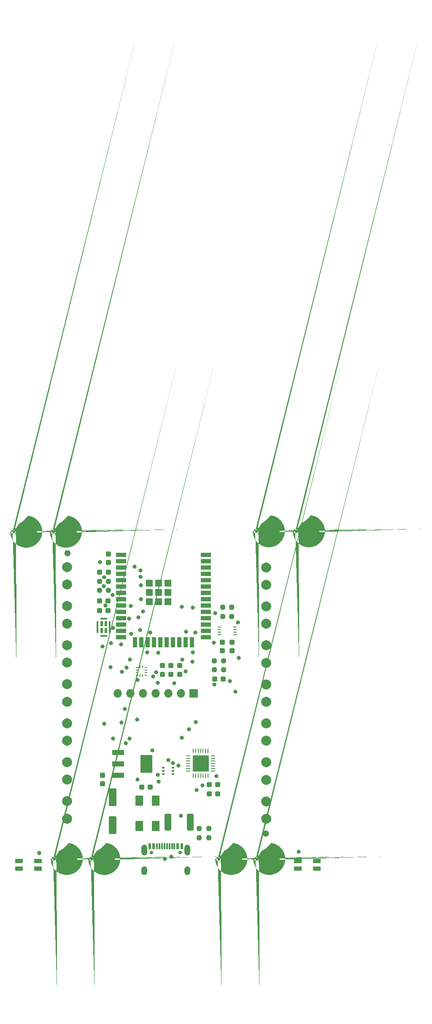
<source format=gbr>
%TF.GenerationSoftware,KiCad,Pcbnew,(6.0.6-0)*%
%TF.CreationDate,2022-07-18T09:28:08+02:00*%
%TF.ProjectId,GlowCore,476c6f77-436f-4726-952e-6b696361645f,rev?*%
%TF.SameCoordinates,Original*%
%TF.FileFunction,Soldermask,Top*%
%TF.FilePolarity,Negative*%
%FSLAX46Y46*%
G04 Gerber Fmt 4.6, Leading zero omitted, Abs format (unit mm)*
G04 Created by KiCad (PCBNEW (6.0.6-0)) date 2022-07-18 09:28:08*
%MOMM*%
%LPD*%
G01*
G04 APERTURE LIST*
G04 Aperture macros list*
%AMRoundRect*
0 Rectangle with rounded corners*
0 $1 Rounding radius*
0 $2 $3 $4 $5 $6 $7 $8 $9 X,Y pos of 4 corners*
0 Add a 4 corners polygon primitive as box body*
4,1,4,$2,$3,$4,$5,$6,$7,$8,$9,$2,$3,0*
0 Add four circle primitives for the rounded corners*
1,1,$1+$1,$2,$3*
1,1,$1+$1,$4,$5*
1,1,$1+$1,$6,$7*
1,1,$1+$1,$8,$9*
0 Add four rect primitives between the rounded corners*
20,1,$1+$1,$2,$3,$4,$5,0*
20,1,$1+$1,$4,$5,$6,$7,0*
20,1,$1+$1,$6,$7,$8,$9,0*
20,1,$1+$1,$8,$9,$2,$3,0*%
%AMFreePoly0*
4,1,112,3.105582,3.191654,3.458980,3.129341,3.803230,3.028022,4.134041,2.888962,4.447289,2.713894,4.739071,2.504999,5.005748,2.264881,5.243998,1.996534,5.450851,1.703301,5.623729,1.388838,5.760476,1.057065,5.859388,0.712116,5.919233,0.358291,5.939265,0.000000,5.938012,-0.089748,5.907984,-0.447339,5.838283,-0.799355,5.729777,-1.141408,5.583820,-1.469234,5.402230,-1.778747,
5.187270,-2.066090,4.941620,-2.327680,4.668342,-2.560258,4.370841,-2.760925,4.052827,-2.927179,3.718263,-3.056948,3.371318,-3.148614,3.016317,-3.201036,2.657686,-3.213560,2.299893,-3.186029,1.947399,-3.118788,1.604597,-3.012673,1.275760,-2.869007,0.964987,-2.689582,0.676150,-2.476634,0.412851,-2.232816,0.178371,-1.961168,-0.024367,-1.665076,-0.192837,-1.348230,-0.324939,-1.014580,
-0.419026,-0.668283,-0.473925,-0.313657,-0.481420,-0.134825,-0.481581,-0.134460,-0.499164,0.000000,0.505984,0.000000,0.524968,-0.289640,0.581595,-0.574324,0.674897,-0.849181,0.803276,-1.109508,0.964536,-1.350851,1.155919,-1.569081,1.374149,-1.760464,1.615492,-1.921724,1.875819,-2.050103,2.150676,-2.143405,2.435360,-2.200032,2.725000,-2.219016,3.014640,-2.200032,3.299324,-2.143405,
3.574181,-2.050103,3.834508,-1.921724,4.075851,-1.760464,4.294081,-1.569081,4.485464,-1.350851,4.646724,-1.109508,4.775103,-0.849181,4.868405,-0.574324,4.925032,-0.289640,4.944016,0.000000,4.925032,0.289640,4.868405,0.574324,4.775103,0.849181,4.646724,1.109508,4.485464,1.350851,4.294081,1.569081,4.075851,1.760464,3.834508,1.921724,3.574181,2.050103,3.299324,2.143405,
3.014640,2.200032,2.725000,2.219016,2.435360,2.200032,2.150676,2.143405,1.875819,2.050103,1.615492,1.921724,1.374149,1.760464,1.155919,1.569081,0.964536,1.350851,0.803276,1.109508,0.674897,0.849181,0.581595,0.574324,0.524968,0.289640,0.505984,0.000000,-0.499164,0.000000,-0.499963,0.006109,-0.484897,0.102868,-0.463920,0.402854,-0.399140,0.755809,-0.295421,1.099343,
-0.154055,1.429175,0.023196,1.741194,0.234123,2.031510,0.476097,2.296505,0.746101,2.532875,1.040770,2.737676,1.356433,2.908354,1.689153,3.042782,2.034784,3.139284,2.389018,3.196657,2.747440,3.214187,3.105582,3.191654,3.105582,3.191654,$1*%
G04 Aperture macros list end*
%ADD10C,4.300000*%
%ADD11FreePoly0,0.000000*%
%ADD12RoundRect,0.237500X0.237500X-0.300000X0.237500X0.300000X-0.237500X0.300000X-0.237500X-0.300000X0*%
%ADD13RoundRect,0.250000X-0.550000X1.500000X-0.550000X-1.500000X0.550000X-1.500000X0.550000X1.500000X0*%
%ADD14R,2.000000X0.900000*%
%ADD15R,0.900000X2.000000*%
%ADD16R,1.330000X1.330000*%
%ADD17C,2.000000*%
%ADD18RoundRect,0.237500X0.237500X-0.250000X0.237500X0.250000X-0.237500X0.250000X-0.237500X-0.250000X0*%
%ADD19R,0.280010X0.900000*%
%ADD20R,0.900000X0.280010*%
%ADD21R,3.300000X3.300000*%
%ADD22RoundRect,0.237500X-0.237500X0.300000X-0.237500X-0.300000X0.237500X-0.300000X0.237500X0.300000X0*%
%ADD23RoundRect,0.237500X-0.300000X-0.237500X0.300000X-0.237500X0.300000X0.237500X-0.300000X0.237500X0*%
%ADD24R,1.500000X0.900000*%
%ADD25RoundRect,0.237500X-0.250000X-0.237500X0.250000X-0.237500X0.250000X0.237500X-0.250000X0.237500X0*%
%ADD26O,0.750013X0.250013*%
%ADD27R,0.600000X0.419990*%
%ADD28RoundRect,0.237500X0.300000X0.237500X-0.300000X0.237500X-0.300000X-0.237500X0.300000X-0.237500X0*%
%ADD29RoundRect,0.250000X0.400000X1.450000X-0.400000X1.450000X-0.400000X-1.450000X0.400000X-1.450000X0*%
%ADD30R,1.620015X2.046380*%
%ADD31R,0.500000X0.280010*%
%ADD32R,0.280010X0.500000*%
%ADD33RoundRect,0.237500X0.250000X0.237500X-0.250000X0.237500X-0.250000X-0.237500X0.250000X-0.237500X0*%
%ADD34C,0.700025*%
%ADD35R,0.600000X1.300000*%
%ADD36R,0.300000X1.300000*%
%ADD37O,1.200000X1.800000*%
%ADD38O,1.200000X2.200000*%
%ADD39RoundRect,0.237500X-0.237500X0.250000X-0.237500X-0.250000X0.237500X-0.250000X0.237500X0.250000X0*%
%ADD40R,0.550013X1.050013*%
%ADD41R,1.400000X0.450013*%
%ADD42R,0.450013X2.400000*%
%ADD43R,2.470003X0.980010*%
%ADD44R,2.470003X3.600000*%
%ADD45R,1.700000X1.700000*%
%ADD46O,1.700000X1.700000*%
%ADD47C,1.300000*%
%ADD48C,0.800000*%
G04 APERTURE END LIST*
D10*
%TO.C,U3*%
X124397170Y-133640000D03*
D11*
X121669400Y-133637460D03*
%TD*%
D10*
%TO.C,U4*%
X165057230Y-133640000D03*
D11*
X162329460Y-133637460D03*
%TD*%
D10*
%TO.C,U30*%
X157460000Y-133640000D03*
D11*
X154732230Y-133637460D03*
%TD*%
D10*
%TO.C,U33*%
X131969970Y-133640000D03*
D11*
X129242200Y-133637460D03*
%TD*%
D10*
%TO.C,U32*%
X172997770Y-67902540D03*
D11*
X170270000Y-67900000D03*
%TD*%
D10*
%TO.C,U1*%
X124279970Y-67950000D03*
D11*
X121552200Y-67947460D03*
%TD*%
D10*
%TO.C,U31*%
X116309970Y-67950000D03*
D11*
X113582200Y-67947460D03*
%TD*%
D10*
%TO.C,U2*%
X164997770Y-67902540D03*
D11*
X162270000Y-67900000D03*
%TD*%
D12*
%TO.C,C8*%
X143610000Y-96582500D03*
X143610000Y-94857500D03*
%TD*%
D13*
%TO.C,C4*%
X133620000Y-121250000D03*
X133620000Y-126850000D03*
%TD*%
D14*
%TO.C,U7*%
X135357600Y-72666700D03*
X135357600Y-73936700D03*
X135357600Y-75206700D03*
X135357600Y-76476700D03*
X135357600Y-77746700D03*
X135357600Y-79016700D03*
X135357600Y-80286700D03*
X135357600Y-81556700D03*
X135357600Y-82826700D03*
X135357600Y-84096700D03*
X135357600Y-85366700D03*
X135357600Y-86636700D03*
X135357600Y-87906700D03*
X135357600Y-89176700D03*
D15*
X138142600Y-90176700D03*
X139412600Y-90176700D03*
X140682600Y-90176700D03*
X141952600Y-90176700D03*
X143222600Y-90176700D03*
X144492600Y-90176700D03*
X145762600Y-90176700D03*
X147032600Y-90176700D03*
X148302600Y-90176700D03*
X149572600Y-90176700D03*
D14*
X152357600Y-89176700D03*
X152357600Y-87906700D03*
X152357600Y-86636700D03*
X152357600Y-85366700D03*
X152357600Y-84096700D03*
X152357600Y-82826700D03*
X152357600Y-81556700D03*
X152357600Y-80286700D03*
X152357600Y-79016700D03*
X152357600Y-77746700D03*
X152357600Y-76476700D03*
X152357600Y-75206700D03*
X152357600Y-73936700D03*
X152357600Y-72666700D03*
D16*
X142857600Y-80166700D03*
X141022600Y-80166700D03*
X144692600Y-78331700D03*
X142857600Y-78331700D03*
X144692600Y-80166700D03*
X144692600Y-82001700D03*
X142857600Y-82001700D03*
X141022600Y-82001700D03*
X141022600Y-78331700D03*
%TD*%
D17*
%TO.C,U20*%
X124470010Y-90746797D03*
X124470010Y-94246670D03*
%TD*%
D18*
%TO.C,R1*%
X155690000Y-84962500D03*
X155690000Y-83137500D03*
%TD*%
D19*
%TO.C,U13*%
X149778730Y-116954879D03*
X150279111Y-116954879D03*
X150779492Y-116954879D03*
X151279873Y-116954879D03*
X151780254Y-116954879D03*
X152280635Y-116954879D03*
X152781016Y-116954879D03*
D20*
X153780000Y-115956149D03*
X153780000Y-115455768D03*
X153780000Y-114955387D03*
X153780000Y-114455006D03*
X153780000Y-113954625D03*
X153780000Y-113454244D03*
X153780000Y-112953863D03*
D19*
X152781016Y-111954879D03*
X152280635Y-111954879D03*
X151780254Y-111954879D03*
X151279873Y-111954879D03*
X150779492Y-111954879D03*
X150279111Y-111954879D03*
X149778730Y-111954879D03*
D20*
X148780000Y-112953863D03*
X148780000Y-113454244D03*
X148780000Y-113954625D03*
X148780000Y-114455006D03*
X148780000Y-114955387D03*
X148780000Y-115455768D03*
X148780000Y-115956149D03*
D21*
X151279873Y-114455006D03*
%TD*%
D22*
%TO.C,C3*%
X132790000Y-72472500D03*
X132790000Y-74197500D03*
%TD*%
D23*
%TO.C,C11*%
X139424700Y-119201850D03*
X141149700Y-119201850D03*
%TD*%
D17*
%TO.C,U25*%
X164479987Y-109923294D03*
X164479987Y-106423421D03*
%TD*%
D24*
%TO.C,SW2*%
X114840076Y-135540064D03*
X118639924Y-135540064D03*
X118639924Y-134039936D03*
X114840076Y-134039936D03*
%TD*%
D23*
%TO.C,C7*%
X153009797Y-120594930D03*
X154734797Y-120594930D03*
%TD*%
D25*
%TO.C,R7*%
X154059700Y-95701850D03*
X155884700Y-95701850D03*
%TD*%
D17*
%TO.C,U18*%
X124470010Y-106383495D03*
X124470010Y-109883368D03*
%TD*%
%TO.C,U27*%
X164479987Y-94286596D03*
X164479987Y-90786723D03*
%TD*%
D26*
%TO.C,U8*%
X158178080Y-88609713D03*
X158178080Y-88109586D03*
X158178080Y-87609713D03*
X158178080Y-87109586D03*
X155078258Y-87109586D03*
X155078258Y-87609713D03*
X155078258Y-88109586D03*
X155078258Y-88609713D03*
%TD*%
D17*
%TO.C,U17*%
X124470010Y-114201844D03*
X124470010Y-117701717D03*
%TD*%
D12*
%TO.C,C6*%
X131630000Y-118532500D03*
X131630000Y-116807500D03*
%TD*%
D27*
%TO.C,U14*%
X145719962Y-116599987D03*
X145719962Y-115950000D03*
X145719962Y-115300013D03*
X143820038Y-115300013D03*
X143820038Y-115950000D03*
X143820038Y-116599987D03*
%TD*%
D22*
%TO.C,C2*%
X155649700Y-90179350D03*
X155649700Y-91904350D03*
%TD*%
D28*
%TO.C,C12*%
X132692500Y-81850000D03*
X130967500Y-81850000D03*
%TD*%
D29*
%TO.C,F1*%
X149205000Y-126240000D03*
X144755000Y-126240000D03*
%TD*%
D30*
%TO.C,U35*%
X138940025Y-121904569D03*
X138940025Y-127035380D03*
%TD*%
D28*
%TO.C,C15*%
X132702500Y-83780000D03*
X130977500Y-83780000D03*
%TD*%
D31*
%TO.C,U11*%
X140285032Y-96740064D03*
X140285032Y-96239936D03*
X140285032Y-95740064D03*
X140285032Y-95239936D03*
D32*
X139659936Y-95114968D03*
X139160064Y-95114968D03*
D31*
X138534968Y-95239936D03*
X138534968Y-95740064D03*
X138534968Y-96239936D03*
X138534968Y-96740064D03*
D32*
X139160064Y-96865032D03*
X139659936Y-96865032D03*
%TD*%
D28*
%TO.C,C13*%
X132762500Y-76155000D03*
X131037500Y-76155000D03*
%TD*%
D18*
%TO.C,R8*%
X157490000Y-84962500D03*
X157490000Y-83137500D03*
%TD*%
D33*
%TO.C,R6*%
X132812500Y-79745000D03*
X130987500Y-79745000D03*
%TD*%
D34*
%TO.C,USB1*%
X147160018Y-132332535D03*
X141379982Y-132332535D03*
D35*
X141070102Y-131089964D03*
X141869949Y-131089964D03*
D36*
X143020064Y-131089964D03*
X144020064Y-131089964D03*
X144519936Y-131089964D03*
X145519936Y-131089964D03*
D35*
X147469898Y-131089964D03*
X146670051Y-131089964D03*
D36*
X146020064Y-131089964D03*
X145020064Y-131089964D03*
X143519936Y-131089964D03*
X142519936Y-131089964D03*
D37*
X139949959Y-136012494D03*
X148590041Y-136012494D03*
D38*
X148590041Y-131832408D03*
X139949959Y-131832408D03*
%TD*%
D17*
%TO.C,U29*%
X164479987Y-78649898D03*
X164479987Y-75150025D03*
%TD*%
%TO.C,U26*%
X164479987Y-102104945D03*
X164479987Y-98605072D03*
%TD*%
%TO.C,U24*%
X164479987Y-117741643D03*
X164479987Y-114241770D03*
%TD*%
D25*
%TO.C,R4*%
X130987500Y-77950000D03*
X132812500Y-77950000D03*
%TD*%
D17*
%TO.C,U22*%
X124470010Y-75110099D03*
X124470010Y-78609972D03*
%TD*%
D28*
%TO.C,C5*%
X154734797Y-118714930D03*
X153009797Y-118714930D03*
%TD*%
D39*
%TO.C,R2*%
X152950000Y-127547500D03*
X152950000Y-129372500D03*
%TD*%
D40*
%TO.C,U15*%
X131405057Y-86459784D03*
X131405057Y-87810051D03*
X132254943Y-87810051D03*
X132254943Y-86459784D03*
D41*
X131830000Y-85410000D03*
D42*
X130604955Y-87134918D03*
D41*
X131830000Y-88859835D03*
D42*
X133055044Y-87134918D03*
%TD*%
D17*
%TO.C,U28*%
X164479987Y-86468247D03*
X164479987Y-82968374D03*
%TD*%
D23*
%TO.C,C14*%
X154109700Y-97501850D03*
X155834700Y-97501850D03*
%TD*%
D22*
%TO.C,C1*%
X157579700Y-90179350D03*
X157579700Y-91904350D03*
%TD*%
D33*
%TO.C,R5*%
X155884700Y-93901850D03*
X154059700Y-93901850D03*
%TD*%
D43*
%TO.C,U12*%
X134702300Y-112271875D03*
X134702300Y-114571850D03*
X134702300Y-116871825D03*
D44*
X140372100Y-114571850D03*
%TD*%
D24*
%TO.C,SW1*%
X174599924Y-135540064D03*
X170800076Y-135540064D03*
X170800076Y-134039936D03*
X174599924Y-134039936D03*
%TD*%
D12*
%TO.C,C10*%
X145335000Y-96582500D03*
X145335000Y-94857500D03*
%TD*%
D17*
%TO.C,U21*%
X124470010Y-82928448D03*
X124470010Y-86428321D03*
%TD*%
%TO.C,U16*%
X124470010Y-122020193D03*
X124470010Y-125520066D03*
%TD*%
D30*
%TO.C,U34*%
X142250025Y-121904569D03*
X142250025Y-127035380D03*
%TD*%
D17*
%TO.C,U19*%
X124470010Y-98565146D03*
X124470010Y-102065019D03*
%TD*%
D45*
%TO.C,J1*%
X149860000Y-100445000D03*
D46*
X147320000Y-100445000D03*
X144780000Y-100445000D03*
X142240000Y-100445000D03*
X139700000Y-100445000D03*
X137160000Y-100445000D03*
X134620000Y-100445000D03*
%TD*%
D12*
%TO.C,C9*%
X147060000Y-96582500D03*
X147060000Y-94857500D03*
%TD*%
D39*
%TO.C,R3*%
X151010000Y-127537500D03*
X151010000Y-129362500D03*
%TD*%
D17*
%TO.C,U23*%
X164479987Y-125559992D03*
X164479987Y-122060119D03*
%TD*%
D47*
X124560000Y-72290000D03*
X164360000Y-128500000D03*
D48*
X136110000Y-103560000D03*
X131920000Y-106470000D03*
X138540000Y-105700000D03*
X132217020Y-82790000D03*
X149650000Y-94090000D03*
X158980000Y-93304650D03*
X158280000Y-100080000D03*
X137020000Y-109450000D03*
X135425000Y-106285000D03*
X147570000Y-93660000D03*
X138640000Y-117700000D03*
X135499500Y-96060000D03*
X142830000Y-118120000D03*
X157180000Y-97980000D03*
X133270000Y-90310000D03*
X133180000Y-95150000D03*
X133732997Y-87264809D03*
X158730000Y-86220000D03*
X136289525Y-110369525D03*
X136420000Y-95250000D03*
X131810000Y-78920000D03*
X148310000Y-95970000D03*
X153910000Y-90240000D03*
X142380000Y-96150000D03*
X131050000Y-74090000D03*
X141570000Y-111810000D03*
X133590000Y-80670000D03*
X142670000Y-116740000D03*
X154050000Y-98630000D03*
X145750000Y-114384500D03*
X147360000Y-124970000D03*
X154450000Y-116980000D03*
X148390000Y-88070000D03*
X141740000Y-96990000D03*
X135300000Y-90580000D03*
X139090000Y-87710000D03*
X141140000Y-88240000D03*
X139750000Y-84030000D03*
X136890000Y-85424500D03*
X131910000Y-77130000D03*
X170970000Y-132180000D03*
X118910000Y-132400000D03*
X133700000Y-109500000D03*
X139260000Y-81520000D03*
X137115000Y-93675000D03*
X137380000Y-88470000D03*
X147500000Y-109290000D03*
X142660000Y-98280000D03*
X131630000Y-91020000D03*
X138630000Y-97690000D03*
X145970000Y-98420000D03*
X148950000Y-107570000D03*
X154180000Y-84310000D03*
X146860000Y-114930000D03*
X144760000Y-113830000D03*
X150230000Y-88250000D03*
X142730000Y-92300000D03*
X149690000Y-83210000D03*
X147490000Y-83090000D03*
X140580000Y-92190000D03*
X150490000Y-119780000D03*
X145430000Y-133210000D03*
X144140000Y-133590000D03*
X151690000Y-118830000D03*
X138030000Y-75020000D03*
X139170000Y-75810000D03*
X139210000Y-77060000D03*
X139260000Y-78740000D03*
X137300000Y-82890000D03*
X138820000Y-85170000D03*
X150310000Y-106160000D03*
X149710000Y-92180000D03*
M02*

</source>
